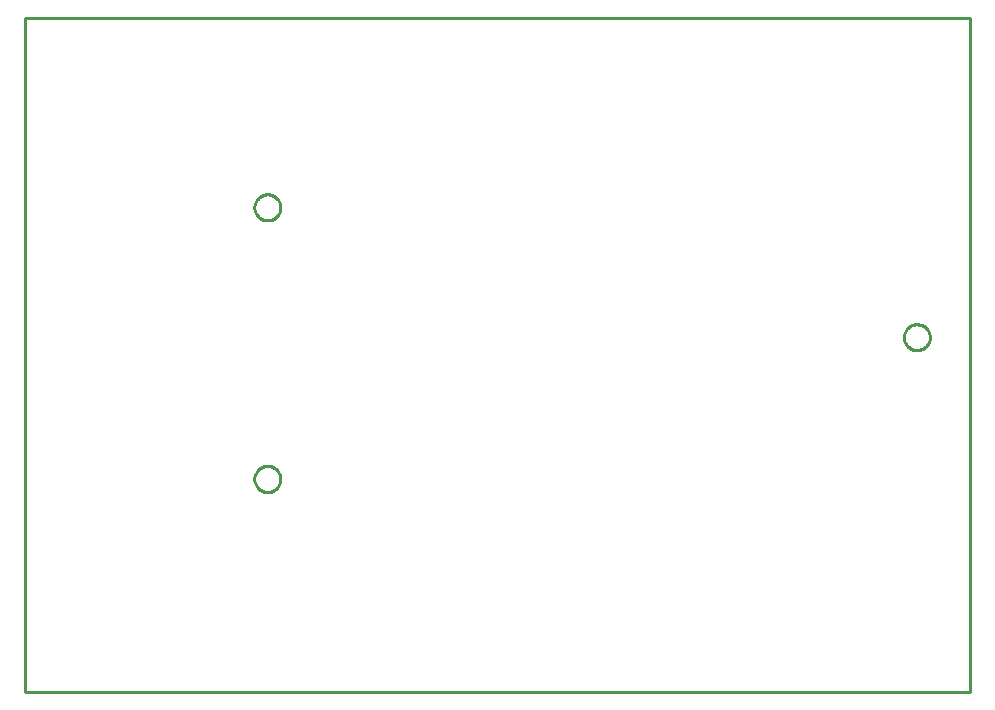
<source format=gbr>
G04 EAGLE Gerber RS-274X export*
G75*
%MOMM*%
%FSLAX34Y34*%
%LPD*%
%IN*%
%IPPOS*%
%AMOC8*
5,1,8,0,0,1.08239X$1,22.5*%
G01*
%ADD10C,0.254000*%


D10*
X-20000Y-30000D02*
X780000Y-30000D01*
X780000Y540000D01*
X-20000Y540000D01*
X-20000Y-30000D01*
X196000Y379568D02*
X195932Y378706D01*
X195797Y377852D01*
X195595Y377012D01*
X195328Y376190D01*
X194997Y375391D01*
X194605Y374621D01*
X194153Y373884D01*
X193645Y373185D01*
X193084Y372527D01*
X192473Y371916D01*
X191815Y371355D01*
X191116Y370847D01*
X190379Y370395D01*
X189609Y370003D01*
X188810Y369672D01*
X187988Y369405D01*
X187148Y369203D01*
X186294Y369068D01*
X185432Y369000D01*
X184568Y369000D01*
X183706Y369068D01*
X182852Y369203D01*
X182012Y369405D01*
X181190Y369672D01*
X180391Y370003D01*
X179621Y370395D01*
X178884Y370847D01*
X178185Y371355D01*
X177527Y371916D01*
X176916Y372527D01*
X176355Y373185D01*
X175847Y373884D01*
X175395Y374621D01*
X175003Y375391D01*
X174672Y376190D01*
X174405Y377012D01*
X174203Y377852D01*
X174068Y378706D01*
X174000Y379568D01*
X174000Y380432D01*
X174068Y381294D01*
X174203Y382148D01*
X174405Y382988D01*
X174672Y383810D01*
X175003Y384609D01*
X175395Y385379D01*
X175847Y386116D01*
X176355Y386815D01*
X176916Y387473D01*
X177527Y388084D01*
X178185Y388645D01*
X178884Y389153D01*
X179621Y389605D01*
X180391Y389997D01*
X181190Y390328D01*
X182012Y390595D01*
X182852Y390797D01*
X183706Y390932D01*
X184568Y391000D01*
X185432Y391000D01*
X186294Y390932D01*
X187148Y390797D01*
X187988Y390595D01*
X188810Y390328D01*
X189609Y389997D01*
X190379Y389605D01*
X191116Y389153D01*
X191815Y388645D01*
X192473Y388084D01*
X193084Y387473D01*
X193645Y386815D01*
X194153Y386116D01*
X194605Y385379D01*
X194997Y384609D01*
X195328Y383810D01*
X195595Y382988D01*
X195797Y382148D01*
X195932Y381294D01*
X196000Y380432D01*
X196000Y379568D01*
X196000Y149568D02*
X195932Y148706D01*
X195797Y147852D01*
X195595Y147012D01*
X195328Y146190D01*
X194997Y145391D01*
X194605Y144621D01*
X194153Y143884D01*
X193645Y143185D01*
X193084Y142527D01*
X192473Y141916D01*
X191815Y141355D01*
X191116Y140847D01*
X190379Y140395D01*
X189609Y140003D01*
X188810Y139672D01*
X187988Y139405D01*
X187148Y139203D01*
X186294Y139068D01*
X185432Y139000D01*
X184568Y139000D01*
X183706Y139068D01*
X182852Y139203D01*
X182012Y139405D01*
X181190Y139672D01*
X180391Y140003D01*
X179621Y140395D01*
X178884Y140847D01*
X178185Y141355D01*
X177527Y141916D01*
X176916Y142527D01*
X176355Y143185D01*
X175847Y143884D01*
X175395Y144621D01*
X175003Y145391D01*
X174672Y146190D01*
X174405Y147012D01*
X174203Y147852D01*
X174068Y148706D01*
X174000Y149568D01*
X174000Y150432D01*
X174068Y151294D01*
X174203Y152148D01*
X174405Y152988D01*
X174672Y153810D01*
X175003Y154609D01*
X175395Y155379D01*
X175847Y156116D01*
X176355Y156815D01*
X176916Y157473D01*
X177527Y158084D01*
X178185Y158645D01*
X178884Y159153D01*
X179621Y159605D01*
X180391Y159997D01*
X181190Y160328D01*
X182012Y160595D01*
X182852Y160797D01*
X183706Y160932D01*
X184568Y161000D01*
X185432Y161000D01*
X186294Y160932D01*
X187148Y160797D01*
X187988Y160595D01*
X188810Y160328D01*
X189609Y159997D01*
X190379Y159605D01*
X191116Y159153D01*
X191815Y158645D01*
X192473Y158084D01*
X193084Y157473D01*
X193645Y156815D01*
X194153Y156116D01*
X194605Y155379D01*
X194997Y154609D01*
X195328Y153810D01*
X195595Y152988D01*
X195797Y152148D01*
X195932Y151294D01*
X196000Y150432D01*
X196000Y149568D01*
X746000Y269568D02*
X745932Y268706D01*
X745797Y267852D01*
X745595Y267012D01*
X745328Y266190D01*
X744997Y265391D01*
X744605Y264621D01*
X744153Y263884D01*
X743645Y263185D01*
X743084Y262527D01*
X742473Y261916D01*
X741815Y261355D01*
X741116Y260847D01*
X740379Y260395D01*
X739609Y260003D01*
X738810Y259672D01*
X737988Y259405D01*
X737148Y259203D01*
X736294Y259068D01*
X735432Y259000D01*
X734568Y259000D01*
X733706Y259068D01*
X732852Y259203D01*
X732012Y259405D01*
X731190Y259672D01*
X730391Y260003D01*
X729621Y260395D01*
X728884Y260847D01*
X728185Y261355D01*
X727527Y261916D01*
X726916Y262527D01*
X726355Y263185D01*
X725847Y263884D01*
X725395Y264621D01*
X725003Y265391D01*
X724672Y266190D01*
X724405Y267012D01*
X724203Y267852D01*
X724068Y268706D01*
X724000Y269568D01*
X724000Y270432D01*
X724068Y271294D01*
X724203Y272148D01*
X724405Y272988D01*
X724672Y273810D01*
X725003Y274609D01*
X725395Y275379D01*
X725847Y276116D01*
X726355Y276815D01*
X726916Y277473D01*
X727527Y278084D01*
X728185Y278645D01*
X728884Y279153D01*
X729621Y279605D01*
X730391Y279997D01*
X731190Y280328D01*
X732012Y280595D01*
X732852Y280797D01*
X733706Y280932D01*
X734568Y281000D01*
X735432Y281000D01*
X736294Y280932D01*
X737148Y280797D01*
X737988Y280595D01*
X738810Y280328D01*
X739609Y279997D01*
X740379Y279605D01*
X741116Y279153D01*
X741815Y278645D01*
X742473Y278084D01*
X743084Y277473D01*
X743645Y276815D01*
X744153Y276116D01*
X744605Y275379D01*
X744997Y274609D01*
X745328Y273810D01*
X745595Y272988D01*
X745797Y272148D01*
X745932Y271294D01*
X746000Y270432D01*
X746000Y269568D01*
M02*

</source>
